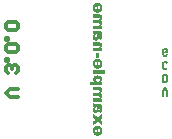
<source format=gbo>
G04*
G04 #@! TF.GenerationSoftware,Altium Limited,Altium Designer,21.6.1 (37)*
G04*
G04 Layer_Color=32896*
%FSLAX44Y44*%
%MOMM*%
G71*
G04*
G04 #@! TF.SameCoordinates,F4782AAD-9866-4A79-8099-FE8F1ED221DB*
G04*
G04*
G04 #@! TF.FilePolarity,Positive*
G04*
G01*
G75*
%ADD16C,0.1700*%
%ADD51C,0.3000*%
G36*
X349860Y229294D02*
X350323Y229238D01*
X350712Y229164D01*
X351064Y229072D01*
X351323Y228979D01*
X351434Y228942D01*
X351527Y228905D01*
X351601Y228868D01*
X351656Y228850D01*
X351675Y228831D01*
X351694D01*
X352008Y228627D01*
X352286Y228405D01*
X352527Y228183D01*
X352730Y227942D01*
X352879Y227738D01*
X352990Y227572D01*
X353064Y227461D01*
X353082Y227442D01*
Y227424D01*
X353249Y227053D01*
X353360Y226646D01*
X353453Y226239D01*
X353508Y225850D01*
X353545Y225498D01*
Y225331D01*
X353564Y225202D01*
Y224942D01*
X353545Y224591D01*
X353527Y224257D01*
X353471Y223943D01*
X353397Y223646D01*
X353323Y223369D01*
X353231Y223128D01*
X353119Y222887D01*
X353027Y222684D01*
X352934Y222498D01*
X352823Y222350D01*
X352730Y222202D01*
X352656Y222091D01*
X352582Y221998D01*
X352545Y221943D01*
X352508Y221906D01*
X352490Y221887D01*
X352286Y221702D01*
X352064Y221535D01*
X351842Y221387D01*
X351601Y221258D01*
X351360Y221147D01*
X351138Y221054D01*
X350694Y220924D01*
X350490Y220887D01*
X350305Y220850D01*
X350120Y220832D01*
X349972Y220813D01*
X349860Y220795D01*
X349768D01*
X349712D01*
X349694D01*
X349249Y220813D01*
X348861Y220887D01*
X348490Y220961D01*
X348194Y221073D01*
X347935Y221165D01*
X347749Y221258D01*
X347676Y221276D01*
X347620Y221313D01*
X347601Y221332D01*
X347583D01*
X347268Y221554D01*
X347009Y221776D01*
X346787Y222017D01*
X346601Y222239D01*
X346472Y222424D01*
X346361Y222591D01*
X346305Y222684D01*
X346287Y222721D01*
X346157Y223054D01*
X346046Y223424D01*
X345972Y223813D01*
X345935Y224183D01*
X345898Y224517D01*
Y224646D01*
X345879Y224776D01*
Y225331D01*
X345898Y225609D01*
X345916Y225887D01*
X345953Y226128D01*
X345990Y226368D01*
X346027Y226572D01*
X346083Y226757D01*
X346120Y226942D01*
X346157Y227090D01*
X346213Y227220D01*
X346250Y227331D01*
X346287Y227424D01*
X346324Y227498D01*
X346342Y227553D01*
X346361Y227572D01*
Y227590D01*
X346564Y227924D01*
X346805Y228220D01*
X347083Y228479D01*
X347342Y228701D01*
X347583Y228887D01*
X347768Y229035D01*
X347842Y229072D01*
X347898Y229109D01*
X347935Y229146D01*
X347953D01*
X348213Y226368D01*
X348083Y226276D01*
X347990Y226165D01*
X347898Y226091D01*
X347842Y226017D01*
X347749Y225905D01*
X347731Y225887D01*
Y225868D01*
X347657Y225720D01*
X347620Y225591D01*
X347546Y225350D01*
Y225239D01*
X347527Y225165D01*
Y225091D01*
X347546Y224850D01*
X347601Y224646D01*
X347676Y224461D01*
X347768Y224313D01*
X347861Y224183D01*
X347935Y224091D01*
X347990Y224035D01*
X348009Y224017D01*
X348157Y223924D01*
X348305Y223850D01*
X348638Y223739D01*
X348787Y223702D01*
X348916Y223683D01*
X348990Y223665D01*
X349027D01*
Y229312D01*
X349342D01*
X349860Y229294D01*
D02*
G37*
G36*
X351175Y219443D02*
X351638Y219369D01*
X352008Y219276D01*
X352323Y219147D01*
X352564Y219017D01*
X352730Y218925D01*
X352823Y218850D01*
X352860Y218813D01*
X353101Y218536D01*
X353268Y218239D01*
X353397Y217943D01*
X353471Y217647D01*
X353527Y217369D01*
X353545Y217166D01*
X353564Y217073D01*
Y216962D01*
X353545Y216666D01*
X353527Y216406D01*
X353471Y216166D01*
X353434Y215980D01*
X353379Y215814D01*
X353323Y215684D01*
X353304Y215610D01*
X353286Y215592D01*
X353175Y215388D01*
X353027Y215184D01*
X352860Y214981D01*
X352693Y214795D01*
X352545Y214629D01*
X352416Y214499D01*
X352342Y214425D01*
X352305Y214388D01*
X352527Y214258D01*
X352712Y214129D01*
X352879Y213981D01*
X353008Y213851D01*
X353119Y213740D01*
X353193Y213647D01*
X353231Y213573D01*
X353249Y213555D01*
X353360Y213351D01*
X353434Y213129D01*
X353490Y212888D01*
X353527Y212666D01*
X353545Y212462D01*
X353564Y212314D01*
Y212166D01*
X353545Y211870D01*
X353527Y211592D01*
X353471Y211351D01*
X353416Y211148D01*
X353360Y210981D01*
X353323Y210870D01*
X353286Y210777D01*
X353268Y210759D01*
X353138Y210537D01*
X353008Y210333D01*
X352842Y210148D01*
X352675Y209963D01*
X352545Y209814D01*
X352416Y209703D01*
X352342Y209629D01*
X352305Y209611D01*
X353397D01*
Y206981D01*
X346046D01*
Y209814D01*
X349786D01*
X350083Y209833D01*
X350323Y209870D01*
X350527Y209907D01*
X350694Y209963D01*
X350823Y210018D01*
X350916Y210074D01*
X350971Y210092D01*
X350990Y210111D01*
X351120Y210240D01*
X351212Y210370D01*
X351268Y210500D01*
X351323Y210629D01*
X351342Y210759D01*
X351360Y210851D01*
Y210925D01*
X351323Y211129D01*
X351268Y211296D01*
X351212Y211407D01*
X351175Y211425D01*
Y211444D01*
X351027Y211592D01*
X350897Y211685D01*
X350786Y211740D01*
X350749Y211759D01*
X350731D01*
X350657Y211777D01*
X350564Y211796D01*
X350342Y211814D01*
X350249D01*
X350157D01*
X350101D01*
X350083D01*
X346046D01*
Y214647D01*
X349842D01*
X350120Y214666D01*
X350360Y214703D01*
X350564Y214740D01*
X350712Y214795D01*
X350842Y214851D01*
X350916Y214907D01*
X350971Y214925D01*
X350990Y214944D01*
X351120Y215055D01*
X351212Y215203D01*
X351268Y215332D01*
X351323Y215462D01*
X351342Y215573D01*
X351360Y215666D01*
Y215740D01*
X351342Y215888D01*
X351305Y216036D01*
X351231Y216147D01*
X351175Y216258D01*
X351101Y216332D01*
X351027Y216388D01*
X350990Y216425D01*
X350971Y216443D01*
X350879Y216517D01*
X350749Y216555D01*
X350508Y216628D01*
X350397D01*
X350305Y216647D01*
X350249D01*
X350231D01*
X346046D01*
Y219480D01*
X350657D01*
X350934D01*
X351175Y219443D01*
D02*
G37*
G36*
X346342Y205482D02*
X346472Y205445D01*
X346583Y205408D01*
X346676Y205371D01*
X346731Y205352D01*
X346768Y205333D01*
X346787D01*
X346916Y205315D01*
X347046Y205296D01*
X347305Y205278D01*
X347416D01*
X347509D01*
X347583D01*
X347601D01*
X350842D01*
X351045D01*
X351231Y205241D01*
X351416Y205204D01*
X351582Y205167D01*
X351731Y205130D01*
X351842Y205093D01*
X351916Y205074D01*
X351934Y205056D01*
X352138Y204982D01*
X352323Y204889D01*
X352471Y204796D01*
X352601Y204704D01*
X352693Y204630D01*
X352767Y204556D01*
X352805Y204519D01*
X352823Y204500D01*
X352971Y204296D01*
X353101Y204074D01*
X353212Y203871D01*
X353286Y203667D01*
X353342Y203482D01*
X353379Y203334D01*
X353416Y203241D01*
Y203204D01*
X353471Y202908D01*
X353508Y202574D01*
X353527Y202223D01*
X353545Y201908D01*
X353564Y201612D01*
Y200871D01*
X353545Y200593D01*
X353527Y200352D01*
X353508Y200130D01*
X353471Y199945D01*
X353453Y199797D01*
X353434Y199723D01*
Y199686D01*
X353397Y199445D01*
X353342Y199242D01*
X353286Y199056D01*
X353231Y198908D01*
X353175Y198797D01*
X353138Y198704D01*
X353119Y198649D01*
X353101Y198630D01*
X352990Y198445D01*
X352860Y198279D01*
X352749Y198130D01*
X352638Y198019D01*
X352545Y197927D01*
X352471Y197853D01*
X352416Y197816D01*
X352397Y197797D01*
X352231Y197705D01*
X352045Y197612D01*
X351860Y197538D01*
X351694Y197482D01*
X351527Y197427D01*
X351397Y197408D01*
X351323Y197371D01*
X351286D01*
X351008Y200075D01*
X351175Y200130D01*
X351305Y200204D01*
X351416Y200278D01*
X351508Y200352D01*
X351582Y200408D01*
X351619Y200464D01*
X351656Y200482D01*
Y200501D01*
X351731Y200649D01*
X351786Y200815D01*
X351860Y201149D01*
Y201297D01*
X351879Y201426D01*
Y201723D01*
X351842Y201889D01*
X351805Y202019D01*
X351768Y202111D01*
X351731Y202204D01*
X351694Y202260D01*
X351675Y202278D01*
X351656Y202297D01*
X351564Y202371D01*
X351453Y202426D01*
X351231Y202500D01*
X351120D01*
X351027Y202519D01*
X350971D01*
X350953D01*
X350805Y202130D01*
X350749Y201963D01*
X350694Y201815D01*
X350657Y201686D01*
X350620Y201593D01*
X350601Y201519D01*
Y201500D01*
X350583Y201408D01*
X350546Y201278D01*
X350471Y200982D01*
X350397Y200649D01*
X350323Y200297D01*
X350268Y199982D01*
X350231Y199834D01*
X350212Y199704D01*
X350194Y199593D01*
X350175Y199519D01*
X350157Y199464D01*
Y199445D01*
X350101Y199204D01*
X350046Y198982D01*
X349916Y198612D01*
X349786Y198297D01*
X349657Y198038D01*
X349546Y197853D01*
X349453Y197723D01*
X349379Y197649D01*
X349361Y197631D01*
X349157Y197464D01*
X348916Y197353D01*
X348694Y197260D01*
X348472Y197205D01*
X348287Y197168D01*
X348138Y197149D01*
X348027D01*
X348009D01*
X347990D01*
X347657Y197186D01*
X347379Y197260D01*
X347120Y197353D01*
X346898Y197482D01*
X346713Y197612D01*
X346583Y197705D01*
X346509Y197779D01*
X346472Y197816D01*
X346268Y198093D01*
X346139Y198427D01*
X346027Y198760D01*
X345953Y199075D01*
X345916Y199371D01*
X345898Y199501D01*
Y199612D01*
X345879Y199704D01*
Y199834D01*
X345898Y200186D01*
X345935Y200519D01*
X345972Y200815D01*
X346027Y201075D01*
X346083Y201278D01*
X346139Y201445D01*
X346157Y201537D01*
X346176Y201575D01*
X346268Y201778D01*
X346398Y201963D01*
X346509Y202149D01*
X346638Y202315D01*
X346750Y202463D01*
X346842Y202574D01*
X346916Y202649D01*
X346935Y202667D01*
X346731Y202704D01*
X346583Y202741D01*
X346509Y202760D01*
X346472D01*
X346342Y202815D01*
X346213Y202889D01*
X346102Y202963D01*
X346064Y202982D01*
X346046D01*
Y205630D01*
X346342Y205482D01*
D02*
G37*
G36*
X351212Y195779D02*
X351656Y195705D01*
X352027Y195612D01*
X352323Y195483D01*
X352564Y195353D01*
X352730Y195260D01*
X352823Y195186D01*
X352860Y195149D01*
X353101Y194872D01*
X353268Y194575D01*
X353397Y194279D01*
X353471Y193983D01*
X353527Y193724D01*
X353545Y193501D01*
X353564Y193427D01*
Y193316D01*
X353545Y193001D01*
X353508Y192724D01*
X353471Y192464D01*
X353416Y192242D01*
X353342Y192076D01*
X353304Y191946D01*
X353268Y191872D01*
X353249Y191835D01*
X353119Y191613D01*
X352953Y191409D01*
X352786Y191205D01*
X352601Y191020D01*
X352453Y190872D01*
X352323Y190761D01*
X352231Y190668D01*
X352193Y190650D01*
X353397D01*
Y188039D01*
X346046D01*
Y190853D01*
X349564D01*
X349916Y190872D01*
X350212Y190909D01*
X350453Y190946D01*
X350657Y191020D01*
X350786Y191076D01*
X350897Y191113D01*
X350953Y191150D01*
X350971Y191168D01*
X351101Y191298D01*
X351194Y191427D01*
X351268Y191576D01*
X351305Y191705D01*
X351342Y191816D01*
X351360Y191909D01*
Y192001D01*
X351342Y192168D01*
X351323Y192316D01*
X351268Y192427D01*
X351212Y192539D01*
X351157Y192612D01*
X351120Y192668D01*
X351082Y192705D01*
X351064Y192724D01*
X350934Y192816D01*
X350786Y192872D01*
X350471Y192946D01*
X350323Y192964D01*
X350194Y192983D01*
X350120D01*
X350083D01*
X346046D01*
Y195816D01*
X350712D01*
X351212Y195779D01*
D02*
G37*
G36*
X350842Y182780D02*
X348657D01*
Y186872D01*
X350842D01*
Y182780D01*
D02*
G37*
G36*
X349860Y182003D02*
X350323Y181947D01*
X350712Y181873D01*
X351064Y181780D01*
X351323Y181688D01*
X351434Y181651D01*
X351527Y181614D01*
X351601Y181577D01*
X351656Y181558D01*
X351675Y181540D01*
X351694D01*
X352008Y181336D01*
X352286Y181114D01*
X352527Y180891D01*
X352730Y180651D01*
X352879Y180447D01*
X352990Y180280D01*
X353064Y180169D01*
X353082Y180151D01*
Y180132D01*
X353249Y179762D01*
X353360Y179355D01*
X353453Y178947D01*
X353508Y178558D01*
X353545Y178207D01*
Y178040D01*
X353564Y177910D01*
Y177651D01*
X353545Y177299D01*
X353527Y176966D01*
X353471Y176651D01*
X353397Y176355D01*
X353323Y176077D01*
X353231Y175837D01*
X353119Y175596D01*
X353027Y175392D01*
X352934Y175207D01*
X352823Y175059D01*
X352730Y174911D01*
X352656Y174799D01*
X352582Y174707D01*
X352545Y174651D01*
X352508Y174614D01*
X352490Y174596D01*
X352286Y174411D01*
X352064Y174244D01*
X351842Y174096D01*
X351601Y173966D01*
X351360Y173855D01*
X351138Y173763D01*
X350694Y173633D01*
X350490Y173596D01*
X350305Y173559D01*
X350120Y173540D01*
X349972Y173522D01*
X349860Y173503D01*
X349768D01*
X349712D01*
X349694D01*
X349249Y173522D01*
X348861Y173596D01*
X348490Y173670D01*
X348194Y173781D01*
X347935Y173874D01*
X347749Y173966D01*
X347676Y173985D01*
X347620Y174022D01*
X347601Y174040D01*
X347583D01*
X347268Y174263D01*
X347009Y174485D01*
X346787Y174725D01*
X346601Y174948D01*
X346472Y175133D01*
X346361Y175299D01*
X346305Y175392D01*
X346287Y175429D01*
X346157Y175762D01*
X346046Y176133D01*
X345972Y176522D01*
X345935Y176892D01*
X345898Y177225D01*
Y177355D01*
X345879Y177484D01*
Y178040D01*
X345898Y178318D01*
X345916Y178596D01*
X345953Y178836D01*
X345990Y179077D01*
X346027Y179281D01*
X346083Y179466D01*
X346120Y179651D01*
X346157Y179799D01*
X346213Y179929D01*
X346250Y180040D01*
X346287Y180132D01*
X346324Y180206D01*
X346342Y180262D01*
X346361Y180280D01*
Y180299D01*
X346564Y180632D01*
X346805Y180928D01*
X347083Y181188D01*
X347342Y181410D01*
X347583Y181595D01*
X347768Y181743D01*
X347842Y181780D01*
X347898Y181817D01*
X347935Y181854D01*
X347953D01*
X348213Y179077D01*
X348083Y178984D01*
X347990Y178873D01*
X347898Y178799D01*
X347842Y178725D01*
X347749Y178614D01*
X347731Y178596D01*
Y178577D01*
X347657Y178429D01*
X347620Y178299D01*
X347546Y178058D01*
Y177947D01*
X347527Y177873D01*
Y177799D01*
X347546Y177558D01*
X347601Y177355D01*
X347676Y177170D01*
X347768Y177022D01*
X347861Y176892D01*
X347935Y176799D01*
X347990Y176744D01*
X348009Y176725D01*
X348157Y176633D01*
X348305Y176559D01*
X348638Y176448D01*
X348787Y176411D01*
X348916Y176392D01*
X348990Y176374D01*
X349027D01*
Y182021D01*
X349342D01*
X349860Y182003D01*
D02*
G37*
G36*
X356193Y169226D02*
X346046D01*
Y172059D01*
X356193D01*
Y169226D01*
D02*
G37*
G36*
X350231Y167745D02*
X350786Y167652D01*
X351249Y167523D01*
X351471Y167449D01*
X351656Y167374D01*
X351842Y167300D01*
X351990Y167226D01*
X352119Y167152D01*
X352231Y167097D01*
X352323Y167041D01*
X352379Y167004D01*
X352416Y166985D01*
X352434Y166967D01*
X352638Y166819D01*
X352805Y166634D01*
X352953Y166467D01*
X353082Y166282D01*
X353193Y166078D01*
X353286Y165893D01*
X353416Y165523D01*
X353508Y165208D01*
X353527Y165060D01*
X353545Y164930D01*
X353564Y164838D01*
Y164690D01*
X353545Y164412D01*
X353508Y164171D01*
X353453Y163930D01*
X353397Y163727D01*
X353342Y163560D01*
X353286Y163430D01*
X353249Y163356D01*
X353231Y163319D01*
X353119Y163153D01*
X352990Y162967D01*
X352823Y162801D01*
X352675Y162653D01*
X352527Y162523D01*
X352416Y162412D01*
X352342Y162338D01*
X352305Y162319D01*
X353397D01*
Y159690D01*
X343250D01*
Y162542D01*
X346750D01*
X346601Y162708D01*
X346472Y162856D01*
X346361Y163023D01*
X346268Y163171D01*
X346194Y163301D01*
X346139Y163393D01*
X346120Y163467D01*
X346102Y163486D01*
X346027Y163690D01*
X345972Y163893D01*
X345935Y164097D01*
X345916Y164282D01*
X345898Y164430D01*
X345879Y164560D01*
Y164671D01*
X345898Y164912D01*
X345916Y165152D01*
X346027Y165597D01*
X346176Y165967D01*
X346361Y166282D01*
X346546Y166541D01*
X346694Y166745D01*
X346750Y166800D01*
X346805Y166856D01*
X346824Y166874D01*
X346842Y166893D01*
X347027Y167041D01*
X347231Y167189D01*
X347694Y167411D01*
X348157Y167560D01*
X348601Y167671D01*
X348805Y167708D01*
X349009Y167745D01*
X349175Y167763D01*
X349342D01*
X349472Y167782D01*
X349564D01*
X349620D01*
X349638D01*
X349953D01*
X350231Y167745D01*
D02*
G37*
G36*
X351175Y157968D02*
X351638Y157894D01*
X352008Y157801D01*
X352323Y157672D01*
X352564Y157542D01*
X352730Y157450D01*
X352823Y157375D01*
X352860Y157338D01*
X353101Y157061D01*
X353268Y156764D01*
X353397Y156468D01*
X353471Y156172D01*
X353527Y155894D01*
X353545Y155690D01*
X353564Y155598D01*
Y155487D01*
X353545Y155190D01*
X353527Y154931D01*
X353471Y154691D01*
X353434Y154505D01*
X353379Y154339D01*
X353323Y154209D01*
X353304Y154135D01*
X353286Y154116D01*
X353175Y153913D01*
X353027Y153709D01*
X352860Y153505D01*
X352693Y153320D01*
X352545Y153154D01*
X352416Y153024D01*
X352342Y152950D01*
X352305Y152913D01*
X352527Y152783D01*
X352712Y152654D01*
X352879Y152506D01*
X353008Y152376D01*
X353119Y152265D01*
X353193Y152172D01*
X353231Y152098D01*
X353249Y152080D01*
X353360Y151876D01*
X353434Y151654D01*
X353490Y151413D01*
X353527Y151191D01*
X353545Y150987D01*
X353564Y150839D01*
Y150691D01*
X353545Y150395D01*
X353527Y150117D01*
X353471Y149876D01*
X353416Y149672D01*
X353360Y149506D01*
X353323Y149395D01*
X353286Y149302D01*
X353268Y149284D01*
X353138Y149061D01*
X353008Y148858D01*
X352842Y148673D01*
X352675Y148488D01*
X352545Y148339D01*
X352416Y148228D01*
X352342Y148154D01*
X352305Y148136D01*
X353397D01*
Y145506D01*
X346046D01*
Y148339D01*
X349786D01*
X350083Y148358D01*
X350323Y148395D01*
X350527Y148432D01*
X350694Y148488D01*
X350823Y148543D01*
X350916Y148599D01*
X350971Y148617D01*
X350990Y148636D01*
X351120Y148765D01*
X351212Y148895D01*
X351268Y149024D01*
X351323Y149154D01*
X351342Y149284D01*
X351360Y149376D01*
Y149450D01*
X351323Y149654D01*
X351268Y149821D01*
X351212Y149932D01*
X351175Y149950D01*
Y149969D01*
X351027Y150117D01*
X350897Y150210D01*
X350786Y150265D01*
X350749Y150284D01*
X350731D01*
X350657Y150302D01*
X350564Y150321D01*
X350342Y150339D01*
X350249D01*
X350157D01*
X350101D01*
X350083D01*
X346046D01*
Y153172D01*
X349842D01*
X350120Y153191D01*
X350360Y153228D01*
X350564Y153265D01*
X350712Y153320D01*
X350842Y153376D01*
X350916Y153431D01*
X350971Y153450D01*
X350990Y153468D01*
X351120Y153580D01*
X351212Y153728D01*
X351268Y153857D01*
X351323Y153987D01*
X351342Y154098D01*
X351360Y154191D01*
Y154265D01*
X351342Y154413D01*
X351305Y154561D01*
X351231Y154672D01*
X351175Y154783D01*
X351101Y154857D01*
X351027Y154913D01*
X350990Y154950D01*
X350971Y154968D01*
X350879Y155042D01*
X350749Y155079D01*
X350508Y155153D01*
X350397D01*
X350305Y155172D01*
X350249D01*
X350231D01*
X346046D01*
Y158005D01*
X350657D01*
X350934D01*
X351175Y157968D01*
D02*
G37*
G36*
X346342Y144006D02*
X346472Y143969D01*
X346583Y143932D01*
X346676Y143895D01*
X346731Y143877D01*
X346768Y143858D01*
X346787D01*
X346916Y143840D01*
X347046Y143821D01*
X347305Y143803D01*
X347416D01*
X347509D01*
X347583D01*
X347601D01*
X350842D01*
X351045D01*
X351231Y143766D01*
X351416Y143729D01*
X351582Y143692D01*
X351731Y143655D01*
X351842Y143618D01*
X351916Y143599D01*
X351934Y143581D01*
X352138Y143506D01*
X352323Y143414D01*
X352471Y143321D01*
X352601Y143229D01*
X352693Y143155D01*
X352767Y143081D01*
X352805Y143044D01*
X352823Y143025D01*
X352971Y142821D01*
X353101Y142599D01*
X353212Y142395D01*
X353286Y142192D01*
X353342Y142007D01*
X353379Y141859D01*
X353416Y141766D01*
Y141729D01*
X353471Y141433D01*
X353508Y141099D01*
X353527Y140747D01*
X353545Y140433D01*
X353564Y140136D01*
Y139396D01*
X353545Y139118D01*
X353527Y138877D01*
X353508Y138655D01*
X353471Y138470D01*
X353453Y138322D01*
X353434Y138248D01*
Y138211D01*
X353397Y137970D01*
X353342Y137766D01*
X353286Y137581D01*
X353231Y137433D01*
X353175Y137322D01*
X353138Y137229D01*
X353119Y137174D01*
X353101Y137155D01*
X352990Y136970D01*
X352860Y136804D01*
X352749Y136655D01*
X352638Y136544D01*
X352545Y136452D01*
X352471Y136378D01*
X352416Y136341D01*
X352397Y136322D01*
X352231Y136229D01*
X352045Y136137D01*
X351860Y136063D01*
X351694Y136007D01*
X351527Y135952D01*
X351397Y135933D01*
X351323Y135896D01*
X351286D01*
X351008Y138600D01*
X351175Y138655D01*
X351305Y138729D01*
X351416Y138803D01*
X351508Y138877D01*
X351582Y138933D01*
X351619Y138988D01*
X351656Y139007D01*
Y139025D01*
X351731Y139174D01*
X351786Y139340D01*
X351860Y139674D01*
Y139822D01*
X351879Y139951D01*
Y140248D01*
X351842Y140414D01*
X351805Y140544D01*
X351768Y140636D01*
X351731Y140729D01*
X351694Y140785D01*
X351675Y140803D01*
X351656Y140822D01*
X351564Y140896D01*
X351453Y140951D01*
X351231Y141025D01*
X351120D01*
X351027Y141044D01*
X350971D01*
X350953D01*
X350805Y140655D01*
X350749Y140488D01*
X350694Y140340D01*
X350657Y140211D01*
X350620Y140118D01*
X350601Y140044D01*
Y140025D01*
X350583Y139933D01*
X350546Y139803D01*
X350471Y139507D01*
X350397Y139174D01*
X350323Y138822D01*
X350268Y138507D01*
X350231Y138359D01*
X350212Y138229D01*
X350194Y138118D01*
X350175Y138044D01*
X350157Y137989D01*
Y137970D01*
X350101Y137729D01*
X350046Y137507D01*
X349916Y137137D01*
X349786Y136822D01*
X349657Y136563D01*
X349546Y136378D01*
X349453Y136248D01*
X349379Y136174D01*
X349361Y136155D01*
X349157Y135989D01*
X348916Y135878D01*
X348694Y135785D01*
X348472Y135730D01*
X348287Y135693D01*
X348138Y135674D01*
X348027D01*
X348009D01*
X347990D01*
X347657Y135711D01*
X347379Y135785D01*
X347120Y135878D01*
X346898Y136007D01*
X346713Y136137D01*
X346583Y136229D01*
X346509Y136304D01*
X346472Y136341D01*
X346268Y136618D01*
X346139Y136952D01*
X346027Y137285D01*
X345953Y137600D01*
X345916Y137896D01*
X345898Y138026D01*
Y138137D01*
X345879Y138229D01*
Y138359D01*
X345898Y138711D01*
X345935Y139044D01*
X345972Y139340D01*
X346027Y139600D01*
X346083Y139803D01*
X346139Y139970D01*
X346157Y140062D01*
X346176Y140099D01*
X346268Y140303D01*
X346398Y140488D01*
X346509Y140674D01*
X346638Y140840D01*
X346750Y140988D01*
X346842Y141099D01*
X346916Y141173D01*
X346935Y141192D01*
X346731Y141229D01*
X346583Y141266D01*
X346509Y141285D01*
X346472D01*
X346342Y141340D01*
X346213Y141414D01*
X346102Y141488D01*
X346064Y141507D01*
X346046D01*
Y144155D01*
X346342Y144006D01*
D02*
G37*
G36*
X349879Y132396D02*
X353397Y134896D01*
Y131785D01*
X351342Y130434D01*
X353397Y129267D01*
Y125916D01*
X349879Y128453D01*
X346046Y125786D01*
Y128841D01*
X348398Y130434D01*
X346046Y131785D01*
Y135081D01*
X349879Y132396D01*
D02*
G37*
G36*
X349860Y125249D02*
X350323Y125194D01*
X350712Y125119D01*
X351064Y125027D01*
X351323Y124934D01*
X351434Y124897D01*
X351527Y124860D01*
X351601Y124823D01*
X351656Y124805D01*
X351675Y124786D01*
X351694D01*
X352008Y124583D01*
X352286Y124360D01*
X352527Y124138D01*
X352730Y123897D01*
X352879Y123694D01*
X352990Y123527D01*
X353064Y123416D01*
X353082Y123398D01*
Y123379D01*
X353249Y123009D01*
X353360Y122601D01*
X353453Y122194D01*
X353508Y121805D01*
X353545Y121453D01*
Y121287D01*
X353564Y121157D01*
Y120898D01*
X353545Y120546D01*
X353527Y120213D01*
X353471Y119898D01*
X353397Y119602D01*
X353323Y119324D01*
X353231Y119083D01*
X353119Y118842D01*
X353027Y118639D01*
X352934Y118454D01*
X352823Y118305D01*
X352730Y118157D01*
X352656Y118046D01*
X352582Y117954D01*
X352545Y117898D01*
X352508Y117861D01*
X352490Y117843D01*
X352286Y117657D01*
X352064Y117491D01*
X351842Y117343D01*
X351601Y117213D01*
X351360Y117102D01*
X351138Y117009D01*
X350694Y116880D01*
X350490Y116843D01*
X350305Y116806D01*
X350120Y116787D01*
X349972Y116769D01*
X349860Y116750D01*
X349768D01*
X349712D01*
X349694D01*
X349249Y116769D01*
X348861Y116843D01*
X348490Y116917D01*
X348194Y117028D01*
X347935Y117120D01*
X347749Y117213D01*
X347676Y117231D01*
X347620Y117268D01*
X347601Y117287D01*
X347583D01*
X347268Y117509D01*
X347009Y117731D01*
X346787Y117972D01*
X346601Y118194D01*
X346472Y118379D01*
X346361Y118546D01*
X346305Y118639D01*
X346287Y118676D01*
X346157Y119009D01*
X346046Y119379D01*
X345972Y119768D01*
X345935Y120139D01*
X345898Y120472D01*
Y120602D01*
X345879Y120731D01*
Y121287D01*
X345898Y121564D01*
X345916Y121842D01*
X345953Y122083D01*
X345990Y122324D01*
X346027Y122527D01*
X346083Y122712D01*
X346120Y122898D01*
X346157Y123046D01*
X346213Y123175D01*
X346250Y123286D01*
X346287Y123379D01*
X346324Y123453D01*
X346342Y123509D01*
X346361Y123527D01*
Y123546D01*
X346564Y123879D01*
X346805Y124175D01*
X347083Y124434D01*
X347342Y124657D01*
X347583Y124842D01*
X347768Y124990D01*
X347842Y125027D01*
X347898Y125064D01*
X347935Y125101D01*
X347953D01*
X348213Y122324D01*
X348083Y122231D01*
X347990Y122120D01*
X347898Y122046D01*
X347842Y121972D01*
X347749Y121861D01*
X347731Y121842D01*
Y121824D01*
X347657Y121675D01*
X347620Y121546D01*
X347546Y121305D01*
Y121194D01*
X347527Y121120D01*
Y121046D01*
X347546Y120805D01*
X347601Y120602D01*
X347676Y120416D01*
X347768Y120268D01*
X347861Y120139D01*
X347935Y120046D01*
X347990Y119990D01*
X348009Y119972D01*
X348157Y119879D01*
X348305Y119805D01*
X348638Y119694D01*
X348787Y119657D01*
X348916Y119639D01*
X348990Y119620D01*
X349027D01*
Y125268D01*
X349342D01*
X349860Y125249D01*
D02*
G37*
%LPC*%
G36*
X350416Y226442D02*
X350397D01*
X350379D01*
Y223665D01*
X350601Y223702D01*
X350805Y223739D01*
X350971Y223794D01*
X351120Y223850D01*
X351212Y223906D01*
X351305Y223943D01*
X351342Y223961D01*
X351360Y223980D01*
X351545Y224146D01*
X351675Y224313D01*
X351768Y224498D01*
X351823Y224665D01*
X351879Y224813D01*
X351897Y224942D01*
Y225054D01*
X351879Y225257D01*
X351842Y225461D01*
X351786Y225609D01*
X351712Y225757D01*
X351638Y225850D01*
X351582Y225942D01*
X351545Y225979D01*
X351527Y225998D01*
X351379Y226128D01*
X351194Y226220D01*
X351008Y226294D01*
X350823Y226350D01*
X350657Y226387D01*
X350508Y226424D01*
X350416Y226442D01*
D02*
G37*
G36*
X349527Y202519D02*
X349064D01*
X348879D01*
X348712Y202482D01*
X348564Y202463D01*
X348453Y202426D01*
X348342Y202389D01*
X348268Y202371D01*
X348231Y202334D01*
X348213D01*
X348101Y202260D01*
X347990Y202167D01*
X347824Y201982D01*
X347768Y201889D01*
X347713Y201834D01*
X347694Y201778D01*
X347676Y201760D01*
X347601Y201612D01*
X347546Y201445D01*
X347509Y201297D01*
X347490Y201167D01*
X347472Y201056D01*
X347453Y200963D01*
Y200889D01*
X347472Y200741D01*
X347490Y200593D01*
X347527Y200482D01*
X347564Y200389D01*
X347601Y200297D01*
X347620Y200241D01*
X347657Y200223D01*
Y200204D01*
X347731Y200130D01*
X347824Y200075D01*
X348009Y200019D01*
X348083Y200001D01*
X348138Y199982D01*
X348175D01*
X348194D01*
X348305Y200001D01*
X348398Y200019D01*
X348564Y200093D01*
X348675Y200167D01*
X348694Y200204D01*
X348712D01*
X348805Y200315D01*
X348879Y200482D01*
X348953Y200649D01*
X349027Y200834D01*
X349083Y201019D01*
X349120Y201167D01*
X349138Y201260D01*
X349157Y201297D01*
X349286Y201760D01*
X349342Y201963D01*
X349398Y202149D01*
X349453Y202297D01*
X349490Y202426D01*
X349527Y202500D01*
Y202519D01*
D02*
G37*
G36*
X350416Y179151D02*
X350397D01*
X350379D01*
Y176374D01*
X350601Y176411D01*
X350805Y176448D01*
X350971Y176503D01*
X351120Y176559D01*
X351212Y176614D01*
X351305Y176651D01*
X351342Y176670D01*
X351360Y176688D01*
X351545Y176855D01*
X351675Y177022D01*
X351768Y177207D01*
X351823Y177373D01*
X351879Y177521D01*
X351897Y177651D01*
Y177762D01*
X351879Y177966D01*
X351842Y178170D01*
X351786Y178318D01*
X351712Y178466D01*
X351638Y178558D01*
X351582Y178651D01*
X351545Y178688D01*
X351527Y178707D01*
X351379Y178836D01*
X351194Y178929D01*
X351008Y179003D01*
X350823Y179058D01*
X350657Y179095D01*
X350508Y179132D01*
X350416Y179151D01*
D02*
G37*
G36*
X349897Y164967D02*
X349786D01*
X349768D01*
X349749D01*
X349416Y164949D01*
X349138Y164912D01*
X348898Y164856D01*
X348712Y164801D01*
X348564Y164745D01*
X348453Y164690D01*
X348398Y164653D01*
X348379Y164634D01*
X348250Y164504D01*
X348157Y164356D01*
X348083Y164227D01*
X348046Y164097D01*
X348009Y163986D01*
X347990Y163893D01*
Y163801D01*
X348009Y163597D01*
X348046Y163430D01*
X348120Y163264D01*
X348194Y163134D01*
X348268Y163023D01*
X348342Y162949D01*
X348379Y162893D01*
X348398Y162875D01*
X348583Y162745D01*
X348787Y162653D01*
X348990Y162597D01*
X349212Y162560D01*
X349398Y162523D01*
X349546Y162505D01*
X349657D01*
X349675D01*
X349694D01*
X350027Y162523D01*
X350305Y162560D01*
X350546Y162616D01*
X350731Y162690D01*
X350879Y162745D01*
X350990Y162801D01*
X351045Y162838D01*
X351064Y162856D01*
X351212Y163004D01*
X351305Y163153D01*
X351379Y163301D01*
X351434Y163449D01*
X351471Y163578D01*
X351490Y163671D01*
Y163764D01*
X351471Y163949D01*
X351416Y164116D01*
X351360Y164245D01*
X351286Y164375D01*
X351194Y164486D01*
X351138Y164560D01*
X351082Y164597D01*
X351064Y164615D01*
X350879Y164727D01*
X350675Y164819D01*
X350453Y164875D01*
X350249Y164930D01*
X350046Y164949D01*
X349897Y164967D01*
D02*
G37*
G36*
X349527Y141044D02*
X349064D01*
X348879D01*
X348712Y141007D01*
X348564Y140988D01*
X348453Y140951D01*
X348342Y140914D01*
X348268Y140896D01*
X348231Y140859D01*
X348213D01*
X348101Y140785D01*
X347990Y140692D01*
X347824Y140507D01*
X347768Y140414D01*
X347713Y140359D01*
X347694Y140303D01*
X347676Y140285D01*
X347601Y140136D01*
X347546Y139970D01*
X347509Y139822D01*
X347490Y139692D01*
X347472Y139581D01*
X347453Y139488D01*
Y139414D01*
X347472Y139266D01*
X347490Y139118D01*
X347527Y139007D01*
X347564Y138914D01*
X347601Y138822D01*
X347620Y138766D01*
X347657Y138748D01*
Y138729D01*
X347731Y138655D01*
X347824Y138600D01*
X348009Y138544D01*
X348083Y138525D01*
X348138Y138507D01*
X348175D01*
X348194D01*
X348305Y138525D01*
X348398Y138544D01*
X348564Y138618D01*
X348675Y138692D01*
X348694Y138729D01*
X348712D01*
X348805Y138840D01*
X348879Y139007D01*
X348953Y139174D01*
X349027Y139359D01*
X349083Y139544D01*
X349120Y139692D01*
X349138Y139785D01*
X349157Y139822D01*
X349286Y140285D01*
X349342Y140488D01*
X349398Y140674D01*
X349453Y140822D01*
X349490Y140951D01*
X349527Y141025D01*
Y141044D01*
D02*
G37*
G36*
X350416Y122398D02*
X350397D01*
X350379D01*
Y119620D01*
X350601Y119657D01*
X350805Y119694D01*
X350971Y119750D01*
X351120Y119805D01*
X351212Y119861D01*
X351305Y119898D01*
X351342Y119916D01*
X351360Y119935D01*
X351545Y120101D01*
X351675Y120268D01*
X351768Y120453D01*
X351823Y120620D01*
X351879Y120768D01*
X351897Y120898D01*
Y121009D01*
X351879Y121213D01*
X351842Y121416D01*
X351786Y121564D01*
X351712Y121713D01*
X351638Y121805D01*
X351582Y121898D01*
X351545Y121935D01*
X351527Y121953D01*
X351379Y122083D01*
X351194Y122175D01*
X351008Y122249D01*
X350823Y122305D01*
X350657Y122342D01*
X350508Y122379D01*
X350416Y122398D01*
D02*
G37*
%LPD*%
D16*
X404700Y150719D02*
Y154718D01*
X406699Y156717D01*
X408699Y154718D01*
Y150719D01*
X404700Y161997D02*
Y167995D01*
X407699D01*
X408699Y166995D01*
Y162997D01*
X407699Y161997D01*
X404700D01*
X408699Y174274D02*
X407699Y173274D01*
X405700D01*
X404700Y174274D01*
Y178273D01*
X405700Y179272D01*
X407699D01*
X408699Y178273D01*
Y185552D02*
X407699Y184552D01*
X405700D01*
X404700Y185552D01*
Y189550D01*
X405700Y190550D01*
X407699D01*
X408699Y189550D01*
Y187551D01*
X406699D01*
D51*
X281997Y149594D02*
X275332D01*
X272000Y152926D01*
X275332Y156258D01*
X281997D01*
X280331Y169587D02*
X281997Y171253D01*
Y174585D01*
X280331Y176252D01*
X278664D01*
X276998Y174585D01*
Y172919D01*
Y174585D01*
X275332Y176252D01*
X273666D01*
X272000Y174585D01*
Y171253D01*
X273666Y169587D01*
X272000Y179584D02*
X273666D01*
Y181250D01*
X272000D01*
Y179584D01*
X280331Y187915D02*
X281997Y189581D01*
Y192913D01*
X280331Y194579D01*
X273666D01*
X272000Y192913D01*
Y189581D01*
X273666Y187915D01*
X280331D01*
X272000Y197911D02*
X273666D01*
Y199578D01*
X272000D01*
Y197911D01*
X280331Y206242D02*
X281997Y207908D01*
Y211240D01*
X280331Y212906D01*
X273666D01*
X272000Y211240D01*
Y207908D01*
X273666Y206242D01*
X280331D01*
M02*

</source>
